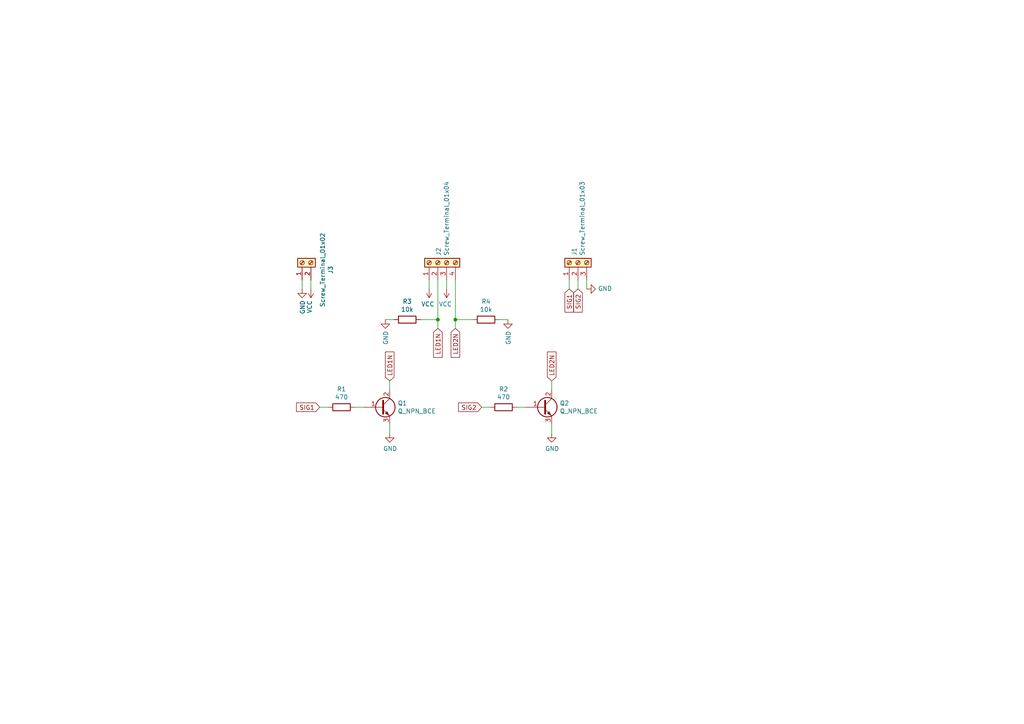
<source format=kicad_sch>
(kicad_sch (version 20211123) (generator eeschema)

  (uuid c201e1b2-fc01-4110-bdaa-a33290468c83)

  (paper "A4")

  (title_block
    (title "LED Module")
    (date "2021-08-19")
    (rev "v01")
    (comment 4 "Author: GHOSCHT")
  )

  (lib_symbols
    (symbol "Connector:Screw_Terminal_01x02" (pin_names (offset 1.016) hide) (in_bom yes) (on_board yes)
      (property "Reference" "J" (id 0) (at 0 2.54 0)
        (effects (font (size 1.27 1.27)))
      )
      (property "Value" "Screw_Terminal_01x02" (id 1) (at 0 -5.08 0)
        (effects (font (size 1.27 1.27)))
      )
      (property "Footprint" "" (id 2) (at 0 0 0)
        (effects (font (size 1.27 1.27)) hide)
      )
      (property "Datasheet" "~" (id 3) (at 0 0 0)
        (effects (font (size 1.27 1.27)) hide)
      )
      (property "ki_keywords" "screw terminal" (id 4) (at 0 0 0)
        (effects (font (size 1.27 1.27)) hide)
      )
      (property "ki_description" "Generic screw terminal, single row, 01x02, script generated (kicad-library-utils/schlib/autogen/connector/)" (id 5) (at 0 0 0)
        (effects (font (size 1.27 1.27)) hide)
      )
      (property "ki_fp_filters" "TerminalBlock*:*" (id 6) (at 0 0 0)
        (effects (font (size 1.27 1.27)) hide)
      )
      (symbol "Screw_Terminal_01x02_1_1"
        (rectangle (start -1.27 1.27) (end 1.27 -3.81)
          (stroke (width 0.254) (type default) (color 0 0 0 0))
          (fill (type background))
        )
        (circle (center 0 -2.54) (radius 0.635)
          (stroke (width 0.1524) (type default) (color 0 0 0 0))
          (fill (type none))
        )
        (polyline
          (pts
            (xy -0.5334 -2.2098)
            (xy 0.3302 -3.048)
          )
          (stroke (width 0.1524) (type default) (color 0 0 0 0))
          (fill (type none))
        )
        (polyline
          (pts
            (xy -0.5334 0.3302)
            (xy 0.3302 -0.508)
          )
          (stroke (width 0.1524) (type default) (color 0 0 0 0))
          (fill (type none))
        )
        (polyline
          (pts
            (xy -0.3556 -2.032)
            (xy 0.508 -2.8702)
          )
          (stroke (width 0.1524) (type default) (color 0 0 0 0))
          (fill (type none))
        )
        (polyline
          (pts
            (xy -0.3556 0.508)
            (xy 0.508 -0.3302)
          )
          (stroke (width 0.1524) (type default) (color 0 0 0 0))
          (fill (type none))
        )
        (circle (center 0 0) (radius 0.635)
          (stroke (width 0.1524) (type default) (color 0 0 0 0))
          (fill (type none))
        )
        (pin passive line (at -5.08 0 0) (length 3.81)
          (name "Pin_1" (effects (font (size 1.27 1.27))))
          (number "1" (effects (font (size 1.27 1.27))))
        )
        (pin passive line (at -5.08 -2.54 0) (length 3.81)
          (name "Pin_2" (effects (font (size 1.27 1.27))))
          (number "2" (effects (font (size 1.27 1.27))))
        )
      )
    )
    (symbol "Connector:Screw_Terminal_01x03" (pin_names (offset 1.016) hide) (in_bom yes) (on_board yes)
      (property "Reference" "J" (id 0) (at 0 5.08 0)
        (effects (font (size 1.27 1.27)))
      )
      (property "Value" "Screw_Terminal_01x03" (id 1) (at 0 -5.08 0)
        (effects (font (size 1.27 1.27)))
      )
      (property "Footprint" "" (id 2) (at 0 0 0)
        (effects (font (size 1.27 1.27)) hide)
      )
      (property "Datasheet" "~" (id 3) (at 0 0 0)
        (effects (font (size 1.27 1.27)) hide)
      )
      (property "ki_keywords" "screw terminal" (id 4) (at 0 0 0)
        (effects (font (size 1.27 1.27)) hide)
      )
      (property "ki_description" "Generic screw terminal, single row, 01x03, script generated (kicad-library-utils/schlib/autogen/connector/)" (id 5) (at 0 0 0)
        (effects (font (size 1.27 1.27)) hide)
      )
      (property "ki_fp_filters" "TerminalBlock*:*" (id 6) (at 0 0 0)
        (effects (font (size 1.27 1.27)) hide)
      )
      (symbol "Screw_Terminal_01x03_1_1"
        (rectangle (start -1.27 3.81) (end 1.27 -3.81)
          (stroke (width 0.254) (type default) (color 0 0 0 0))
          (fill (type background))
        )
        (circle (center 0 -2.54) (radius 0.635)
          (stroke (width 0.1524) (type default) (color 0 0 0 0))
          (fill (type none))
        )
        (polyline
          (pts
            (xy -0.5334 -2.2098)
            (xy 0.3302 -3.048)
          )
          (stroke (width 0.1524) (type default) (color 0 0 0 0))
          (fill (type none))
        )
        (polyline
          (pts
            (xy -0.5334 0.3302)
            (xy 0.3302 -0.508)
          )
          (stroke (width 0.1524) (type default) (color 0 0 0 0))
          (fill (type none))
        )
        (polyline
          (pts
            (xy -0.5334 2.8702)
            (xy 0.3302 2.032)
          )
          (stroke (width 0.1524) (type default) (color 0 0 0 0))
          (fill (type none))
        )
        (polyline
          (pts
            (xy -0.3556 -2.032)
            (xy 0.508 -2.8702)
          )
          (stroke (width 0.1524) (type default) (color 0 0 0 0))
          (fill (type none))
        )
        (polyline
          (pts
            (xy -0.3556 0.508)
            (xy 0.508 -0.3302)
          )
          (stroke (width 0.1524) (type default) (color 0 0 0 0))
          (fill (type none))
        )
        (polyline
          (pts
            (xy -0.3556 3.048)
            (xy 0.508 2.2098)
          )
          (stroke (width 0.1524) (type default) (color 0 0 0 0))
          (fill (type none))
        )
        (circle (center 0 0) (radius 0.635)
          (stroke (width 0.1524) (type default) (color 0 0 0 0))
          (fill (type none))
        )
        (circle (center 0 2.54) (radius 0.635)
          (stroke (width 0.1524) (type default) (color 0 0 0 0))
          (fill (type none))
        )
        (pin passive line (at -5.08 2.54 0) (length 3.81)
          (name "Pin_1" (effects (font (size 1.27 1.27))))
          (number "1" (effects (font (size 1.27 1.27))))
        )
        (pin passive line (at -5.08 0 0) (length 3.81)
          (name "Pin_2" (effects (font (size 1.27 1.27))))
          (number "2" (effects (font (size 1.27 1.27))))
        )
        (pin passive line (at -5.08 -2.54 0) (length 3.81)
          (name "Pin_3" (effects (font (size 1.27 1.27))))
          (number "3" (effects (font (size 1.27 1.27))))
        )
      )
    )
    (symbol "Connector:Screw_Terminal_01x04" (pin_names (offset 1.016) hide) (in_bom yes) (on_board yes)
      (property "Reference" "J" (id 0) (at 0 5.08 0)
        (effects (font (size 1.27 1.27)))
      )
      (property "Value" "Screw_Terminal_01x04" (id 1) (at 0 -7.62 0)
        (effects (font (size 1.27 1.27)))
      )
      (property "Footprint" "" (id 2) (at 0 0 0)
        (effects (font (size 1.27 1.27)) hide)
      )
      (property "Datasheet" "~" (id 3) (at 0 0 0)
        (effects (font (size 1.27 1.27)) hide)
      )
      (property "ki_keywords" "screw terminal" (id 4) (at 0 0 0)
        (effects (font (size 1.27 1.27)) hide)
      )
      (property "ki_description" "Generic screw terminal, single row, 01x04, script generated (kicad-library-utils/schlib/autogen/connector/)" (id 5) (at 0 0 0)
        (effects (font (size 1.27 1.27)) hide)
      )
      (property "ki_fp_filters" "TerminalBlock*:*" (id 6) (at 0 0 0)
        (effects (font (size 1.27 1.27)) hide)
      )
      (symbol "Screw_Terminal_01x04_1_1"
        (rectangle (start -1.27 3.81) (end 1.27 -6.35)
          (stroke (width 0.254) (type default) (color 0 0 0 0))
          (fill (type background))
        )
        (circle (center 0 -5.08) (radius 0.635)
          (stroke (width 0.1524) (type default) (color 0 0 0 0))
          (fill (type none))
        )
        (circle (center 0 -2.54) (radius 0.635)
          (stroke (width 0.1524) (type default) (color 0 0 0 0))
          (fill (type none))
        )
        (polyline
          (pts
            (xy -0.5334 -4.7498)
            (xy 0.3302 -5.588)
          )
          (stroke (width 0.1524) (type default) (color 0 0 0 0))
          (fill (type none))
        )
        (polyline
          (pts
            (xy -0.5334 -2.2098)
            (xy 0.3302 -3.048)
          )
          (stroke (width 0.1524) (type default) (color 0 0 0 0))
          (fill (type none))
        )
        (polyline
          (pts
            (xy -0.5334 0.3302)
            (xy 0.3302 -0.508)
          )
          (stroke (width 0.1524) (type default) (color 0 0 0 0))
          (fill (type none))
        )
        (polyline
          (pts
            (xy -0.5334 2.8702)
            (xy 0.3302 2.032)
          )
          (stroke (width 0.1524) (type default) (color 0 0 0 0))
          (fill (type none))
        )
        (polyline
          (pts
            (xy -0.3556 -4.572)
            (xy 0.508 -5.4102)
          )
          (stroke (width 0.1524) (type default) (color 0 0 0 0))
          (fill (type none))
        )
        (polyline
          (pts
            (xy -0.3556 -2.032)
            (xy 0.508 -2.8702)
          )
          (stroke (width 0.1524) (type default) (color 0 0 0 0))
          (fill (type none))
        )
        (polyline
          (pts
            (xy -0.3556 0.508)
            (xy 0.508 -0.3302)
          )
          (stroke (width 0.1524) (type default) (color 0 0 0 0))
          (fill (type none))
        )
        (polyline
          (pts
            (xy -0.3556 3.048)
            (xy 0.508 2.2098)
          )
          (stroke (width 0.1524) (type default) (color 0 0 0 0))
          (fill (type none))
        )
        (circle (center 0 0) (radius 0.635)
          (stroke (width 0.1524) (type default) (color 0 0 0 0))
          (fill (type none))
        )
        (circle (center 0 2.54) (radius 0.635)
          (stroke (width 0.1524) (type default) (color 0 0 0 0))
          (fill (type none))
        )
        (pin passive line (at -5.08 2.54 0) (length 3.81)
          (name "Pin_1" (effects (font (size 1.27 1.27))))
          (number "1" (effects (font (size 1.27 1.27))))
        )
        (pin passive line (at -5.08 0 0) (length 3.81)
          (name "Pin_2" (effects (font (size 1.27 1.27))))
          (number "2" (effects (font (size 1.27 1.27))))
        )
        (pin passive line (at -5.08 -2.54 0) (length 3.81)
          (name "Pin_3" (effects (font (size 1.27 1.27))))
          (number "3" (effects (font (size 1.27 1.27))))
        )
        (pin passive line (at -5.08 -5.08 0) (length 3.81)
          (name "Pin_4" (effects (font (size 1.27 1.27))))
          (number "4" (effects (font (size 1.27 1.27))))
        )
      )
    )
    (symbol "Device:Q_NPN_BCE" (pin_names (offset 0) hide) (in_bom yes) (on_board yes)
      (property "Reference" "Q" (id 0) (at 5.08 1.27 0)
        (effects (font (size 1.27 1.27)) (justify left))
      )
      (property "Value" "Q_NPN_BCE" (id 1) (at 5.08 -1.27 0)
        (effects (font (size 1.27 1.27)) (justify left))
      )
      (property "Footprint" "" (id 2) (at 5.08 2.54 0)
        (effects (font (size 1.27 1.27)) hide)
      )
      (property "Datasheet" "~" (id 3) (at 0 0 0)
        (effects (font (size 1.27 1.27)) hide)
      )
      (property "ki_keywords" "transistor NPN" (id 4) (at 0 0 0)
        (effects (font (size 1.27 1.27)) hide)
      )
      (property "ki_description" "NPN transistor, base/collector/emitter" (id 5) (at 0 0 0)
        (effects (font (size 1.27 1.27)) hide)
      )
      (symbol "Q_NPN_BCE_0_1"
        (polyline
          (pts
            (xy 0.635 0.635)
            (xy 2.54 2.54)
          )
          (stroke (width 0) (type default) (color 0 0 0 0))
          (fill (type none))
        )
        (polyline
          (pts
            (xy 0.635 -0.635)
            (xy 2.54 -2.54)
            (xy 2.54 -2.54)
          )
          (stroke (width 0) (type default) (color 0 0 0 0))
          (fill (type none))
        )
        (polyline
          (pts
            (xy 0.635 1.905)
            (xy 0.635 -1.905)
            (xy 0.635 -1.905)
          )
          (stroke (width 0.508) (type default) (color 0 0 0 0))
          (fill (type none))
        )
        (polyline
          (pts
            (xy 1.27 -1.778)
            (xy 1.778 -1.27)
            (xy 2.286 -2.286)
            (xy 1.27 -1.778)
            (xy 1.27 -1.778)
          )
          (stroke (width 0) (type default) (color 0 0 0 0))
          (fill (type outline))
        )
        (circle (center 1.27 0) (radius 2.8194)
          (stroke (width 0.254) (type default) (color 0 0 0 0))
          (fill (type none))
        )
      )
      (symbol "Q_NPN_BCE_1_1"
        (pin input line (at -5.08 0 0) (length 5.715)
          (name "B" (effects (font (size 1.27 1.27))))
          (number "1" (effects (font (size 1.27 1.27))))
        )
        (pin passive line (at 2.54 5.08 270) (length 2.54)
          (name "C" (effects (font (size 1.27 1.27))))
          (number "2" (effects (font (size 1.27 1.27))))
        )
        (pin passive line (at 2.54 -5.08 90) (length 2.54)
          (name "E" (effects (font (size 1.27 1.27))))
          (number "3" (effects (font (size 1.27 1.27))))
        )
      )
    )
    (symbol "Device:R" (pin_numbers hide) (pin_names (offset 0)) (in_bom yes) (on_board yes)
      (property "Reference" "R" (id 0) (at 2.032 0 90)
        (effects (font (size 1.27 1.27)))
      )
      (property "Value" "R" (id 1) (at 0 0 90)
        (effects (font (size 1.27 1.27)))
      )
      (property "Footprint" "" (id 2) (at -1.778 0 90)
        (effects (font (size 1.27 1.27)) hide)
      )
      (property "Datasheet" "~" (id 3) (at 0 0 0)
        (effects (font (size 1.27 1.27)) hide)
      )
      (property "ki_keywords" "R res resistor" (id 4) (at 0 0 0)
        (effects (font (size 1.27 1.27)) hide)
      )
      (property "ki_description" "Resistor" (id 5) (at 0 0 0)
        (effects (font (size 1.27 1.27)) hide)
      )
      (property "ki_fp_filters" "R_*" (id 6) (at 0 0 0)
        (effects (font (size 1.27 1.27)) hide)
      )
      (symbol "R_0_1"
        (rectangle (start -1.016 -2.54) (end 1.016 2.54)
          (stroke (width 0.254) (type default) (color 0 0 0 0))
          (fill (type none))
        )
      )
      (symbol "R_1_1"
        (pin passive line (at 0 3.81 270) (length 1.27)
          (name "~" (effects (font (size 1.27 1.27))))
          (number "1" (effects (font (size 1.27 1.27))))
        )
        (pin passive line (at 0 -3.81 90) (length 1.27)
          (name "~" (effects (font (size 1.27 1.27))))
          (number "2" (effects (font (size 1.27 1.27))))
        )
      )
    )
    (symbol "power:GND" (power) (pin_names (offset 0)) (in_bom yes) (on_board yes)
      (property "Reference" "#PWR" (id 0) (at 0 -6.35 0)
        (effects (font (size 1.27 1.27)) hide)
      )
      (property "Value" "GND" (id 1) (at 0 -3.81 0)
        (effects (font (size 1.27 1.27)))
      )
      (property "Footprint" "" (id 2) (at 0 0 0)
        (effects (font (size 1.27 1.27)) hide)
      )
      (property "Datasheet" "" (id 3) (at 0 0 0)
        (effects (font (size 1.27 1.27)) hide)
      )
      (property "ki_keywords" "power-flag" (id 4) (at 0 0 0)
        (effects (font (size 1.27 1.27)) hide)
      )
      (property "ki_description" "Power symbol creates a global label with name \"GND\" , ground" (id 5) (at 0 0 0)
        (effects (font (size 1.27 1.27)) hide)
      )
      (symbol "GND_0_1"
        (polyline
          (pts
            (xy 0 0)
            (xy 0 -1.27)
            (xy 1.27 -1.27)
            (xy 0 -2.54)
            (xy -1.27 -1.27)
            (xy 0 -1.27)
          )
          (stroke (width 0) (type default) (color 0 0 0 0))
          (fill (type none))
        )
      )
      (symbol "GND_1_1"
        (pin power_in line (at 0 0 270) (length 0) hide
          (name "GND" (effects (font (size 1.27 1.27))))
          (number "1" (effects (font (size 1.27 1.27))))
        )
      )
    )
    (symbol "power:VCC" (power) (pin_names (offset 0)) (in_bom yes) (on_board yes)
      (property "Reference" "#PWR" (id 0) (at 0 -3.81 0)
        (effects (font (size 1.27 1.27)) hide)
      )
      (property "Value" "VCC" (id 1) (at 0 3.81 0)
        (effects (font (size 1.27 1.27)))
      )
      (property "Footprint" "" (id 2) (at 0 0 0)
        (effects (font (size 1.27 1.27)) hide)
      )
      (property "Datasheet" "" (id 3) (at 0 0 0)
        (effects (font (size 1.27 1.27)) hide)
      )
      (property "ki_keywords" "power-flag" (id 4) (at 0 0 0)
        (effects (font (size 1.27 1.27)) hide)
      )
      (property "ki_description" "Power symbol creates a global label with name \"VCC\"" (id 5) (at 0 0 0)
        (effects (font (size 1.27 1.27)) hide)
      )
      (symbol "VCC_0_1"
        (polyline
          (pts
            (xy -0.762 1.27)
            (xy 0 2.54)
          )
          (stroke (width 0) (type default) (color 0 0 0 0))
          (fill (type none))
        )
        (polyline
          (pts
            (xy 0 0)
            (xy 0 2.54)
          )
          (stroke (width 0) (type default) (color 0 0 0 0))
          (fill (type none))
        )
        (polyline
          (pts
            (xy 0 2.54)
            (xy 0.762 1.27)
          )
          (stroke (width 0) (type default) (color 0 0 0 0))
          (fill (type none))
        )
      )
      (symbol "VCC_1_1"
        (pin power_in line (at 0 0 90) (length 0) hide
          (name "VCC" (effects (font (size 1.27 1.27))))
          (number "1" (effects (font (size 1.27 1.27))))
        )
      )
    )
  )

  (junction (at 132.08 92.71) (diameter 0) (color 0 0 0 0)
    (uuid 03c52831-5dc5-43c5-a442-8d23643b46fb)
  )
  (junction (at 127 92.71) (diameter 0) (color 0 0 0 0)
    (uuid 0b21a65d-d20b-411e-920a-75c343ac5136)
  )

  (wire (pts (xy 102.87 118.11) (xy 105.41 118.11))
    (stroke (width 0) (type default) (color 0 0 0 0))
    (uuid 0d0bb7b2-a6e5-46d2-9492-a1aa6e5a7b2f)
  )
  (wire (pts (xy 127 92.71) (xy 127 95.25))
    (stroke (width 0) (type default) (color 0 0 0 0))
    (uuid 3cd1bda0-18db-417d-b581-a0c50623df68)
  )
  (wire (pts (xy 129.54 81.28) (xy 129.54 83.82))
    (stroke (width 0) (type default) (color 0 0 0 0))
    (uuid 3f5fe6b7-98fc-4d3e-9567-f9f7202d1455)
  )
  (wire (pts (xy 113.03 123.19) (xy 113.03 125.73))
    (stroke (width 0) (type default) (color 0 0 0 0))
    (uuid 54365317-1355-4216-bb75-829375abc4ec)
  )
  (wire (pts (xy 127 81.28) (xy 127 92.71))
    (stroke (width 0) (type default) (color 0 0 0 0))
    (uuid 5cbb5968-dbb5-4b84-864a-ead1cacf75b9)
  )
  (wire (pts (xy 160.02 110.49) (xy 160.02 113.03))
    (stroke (width 0) (type default) (color 0 0 0 0))
    (uuid 5fc27c35-3e1c-4f96-817c-93b5570858a6)
  )
  (wire (pts (xy 90.17 81.28) (xy 90.17 83.82))
    (stroke (width 0) (type default) (color 0 0 0 0))
    (uuid 6a45789b-3855-401f-8139-3c734f7f52f9)
  )
  (wire (pts (xy 87.63 81.28) (xy 87.63 83.82))
    (stroke (width 0) (type default) (color 0 0 0 0))
    (uuid 6c9b793c-e74d-4754-a2c0-901e73b26f1c)
  )
  (wire (pts (xy 167.64 81.28) (xy 167.64 83.82))
    (stroke (width 0) (type default) (color 0 0 0 0))
    (uuid 6e105729-aba0-497c-a99e-c32d2b3ddb6d)
  )
  (wire (pts (xy 165.1 81.28) (xy 165.1 83.82))
    (stroke (width 0) (type default) (color 0 0 0 0))
    (uuid 78cbdd6c-4878-4cc5-9a58-0e506478e37d)
  )
  (wire (pts (xy 170.18 81.28) (xy 170.18 83.82))
    (stroke (width 0) (type default) (color 0 0 0 0))
    (uuid 983c426c-24e0-4c65-ab69-1f1824adc5c6)
  )
  (wire (pts (xy 132.08 92.71) (xy 132.08 95.25))
    (stroke (width 0) (type default) (color 0 0 0 0))
    (uuid a1823eb2-fb0d-4ed8-8b96-04184ac3a9d5)
  )
  (wire (pts (xy 160.02 123.19) (xy 160.02 125.73))
    (stroke (width 0) (type default) (color 0 0 0 0))
    (uuid a3e4f0ae-9f86-49e9-b386-ed8b42e012fb)
  )
  (wire (pts (xy 92.71 118.11) (xy 95.25 118.11))
    (stroke (width 0) (type default) (color 0 0 0 0))
    (uuid a690fc6c-55d9-47e6-b533-faa4b67e20f3)
  )
  (wire (pts (xy 124.46 81.28) (xy 124.46 83.82))
    (stroke (width 0) (type default) (color 0 0 0 0))
    (uuid afb8e687-4a13-41a1-b8c0-89a749e897fe)
  )
  (wire (pts (xy 149.86 118.11) (xy 152.4 118.11))
    (stroke (width 0) (type default) (color 0 0 0 0))
    (uuid b1169a2d-8998-4b50-a48d-c520bcc1b8e1)
  )
  (wire (pts (xy 132.08 81.28) (xy 132.08 92.71))
    (stroke (width 0) (type default) (color 0 0 0 0))
    (uuid bb7f0588-d4d8-44bf-9ebf-3c533fe4d6ae)
  )
  (wire (pts (xy 111.76 92.71) (xy 114.3 92.71))
    (stroke (width 0) (type default) (color 0 0 0 0))
    (uuid bfc0aadc-38cf-466e-a642-68fdc3138c78)
  )
  (wire (pts (xy 113.03 110.49) (xy 113.03 113.03))
    (stroke (width 0) (type default) (color 0 0 0 0))
    (uuid c144caa5-b0d4-4cef-840a-d4ad178a2102)
  )
  (wire (pts (xy 144.78 92.71) (xy 147.32 92.71))
    (stroke (width 0) (type default) (color 0 0 0 0))
    (uuid d4a1d3c4-b315-4bec-9220-d12a9eab51e0)
  )
  (wire (pts (xy 132.08 92.71) (xy 137.16 92.71))
    (stroke (width 0) (type default) (color 0 0 0 0))
    (uuid d57dcfee-5058-4fc2-a68b-05f9a48f685b)
  )
  (wire (pts (xy 139.7 118.11) (xy 142.24 118.11))
    (stroke (width 0) (type default) (color 0 0 0 0))
    (uuid efeac2a2-7682-4dc7-83ee-f6f1b23da506)
  )
  (wire (pts (xy 121.92 92.71) (xy 127 92.71))
    (stroke (width 0) (type default) (color 0 0 0 0))
    (uuid fe8d9267-7834-48d6-a191-c8724b2ee78d)
  )

  (global_label "SIG2" (shape input) (at 167.64 83.82 270) (fields_autoplaced)
    (effects (font (size 1.27 1.27)) (justify right))
    (uuid 13abf99d-5265-4779-8973-e94370fd18ff)
    (property "Intersheet References" "${INTERSHEET_REFS}" (id 0) (at 0 0 0)
      (effects (font (size 1.27 1.27)) hide)
    )
  )
  (global_label "SIG1" (shape input) (at 165.1 83.82 270) (fields_autoplaced)
    (effects (font (size 1.27 1.27)) (justify right))
    (uuid 32667662-ae86-4904-b198-3e95f11851bf)
    (property "Intersheet References" "${INTERSHEET_REFS}" (id 0) (at 0 0 0)
      (effects (font (size 1.27 1.27)) hide)
    )
  )
  (global_label "LED2N" (shape input) (at 132.08 95.25 270) (fields_autoplaced)
    (effects (font (size 1.27 1.27)) (justify right))
    (uuid 62c076a3-d618-44a2-9042-9a08b3576787)
    (property "Intersheet References" "${INTERSHEET_REFS}" (id 0) (at 0 0 0)
      (effects (font (size 1.27 1.27)) hide)
    )
  )
  (global_label "LED1N" (shape input) (at 127 95.25 270) (fields_autoplaced)
    (effects (font (size 1.27 1.27)) (justify right))
    (uuid c1d83899-e380-49f9-a87d-8e78bc089ebf)
    (property "Intersheet References" "${INTERSHEET_REFS}" (id 0) (at 0 0 0)
      (effects (font (size 1.27 1.27)) hide)
    )
  )
  (global_label "SIG2" (shape input) (at 139.7 118.11 180) (fields_autoplaced)
    (effects (font (size 1.27 1.27)) (justify right))
    (uuid e8314017-7be6-4011-9179-37449a29b311)
    (property "Intersheet References" "${INTERSHEET_REFS}" (id 0) (at 0 0 0)
      (effects (font (size 1.27 1.27)) hide)
    )
  )
  (global_label "LED2N" (shape input) (at 160.02 110.49 90) (fields_autoplaced)
    (effects (font (size 1.27 1.27)) (justify left))
    (uuid eb667eea-300e-4ca7-8a6f-4b00de80cd45)
    (property "Intersheet References" "${INTERSHEET_REFS}" (id 0) (at 0 0 0)
      (effects (font (size 1.27 1.27)) hide)
    )
  )
  (global_label "LED1N" (shape input) (at 113.03 110.49 90) (fields_autoplaced)
    (effects (font (size 1.27 1.27)) (justify left))
    (uuid ef8fe2ac-6a7f-4682-9418-b801a1b10a3b)
    (property "Intersheet References" "${INTERSHEET_REFS}" (id 0) (at 0 0 0)
      (effects (font (size 1.27 1.27)) hide)
    )
  )
  (global_label "SIG1" (shape input) (at 92.71 118.11 180) (fields_autoplaced)
    (effects (font (size 1.27 1.27)) (justify right))
    (uuid f1830a1b-f0cc-47ae-a2c9-679c82032f14)
    (property "Intersheet References" "${INTERSHEET_REFS}" (id 0) (at 0 0 0)
      (effects (font (size 1.27 1.27)) hide)
    )
  )

  (symbol (lib_id "Connector:Screw_Terminal_01x03") (at 167.64 76.2 90) (unit 1)
    (in_bom yes) (on_board yes)
    (uuid 00000000-0000-0000-0000-0000611c0292)
    (property "Reference" "J1" (id 0) (at 166.5732 74.168 0)
      (effects (font (size 1.27 1.27)) (justify left))
    )
    (property "Value" "Screw_Terminal_01x03" (id 1) (at 168.8846 74.168 0)
      (effects (font (size 1.27 1.27)) (justify left))
    )
    (property "Footprint" "CUI_TB006-508-03BE:CUI_TB006-508-03BE" (id 2) (at 167.64 76.2 0)
      (effects (font (size 1.27 1.27)) hide)
    )
    (property "Datasheet" "~" (id 3) (at 167.64 76.2 0)
      (effects (font (size 1.27 1.27)) hide)
    )
    (pin "1" (uuid 6052050c-da34-43cc-9aac-59e8d7d4f686))
    (pin "2" (uuid 550980db-668a-4cd5-b944-6f8f90a64b92))
    (pin "3" (uuid 8cb3cc65-5125-4b26-8805-a87acd967839))
  )

  (symbol (lib_id "Connector:Screw_Terminal_01x04") (at 127 76.2 90) (unit 1)
    (in_bom yes) (on_board yes)
    (uuid 00000000-0000-0000-0000-0000611c148e)
    (property "Reference" "J2" (id 0) (at 127.2032 74.168 0)
      (effects (font (size 1.27 1.27)) (justify left))
    )
    (property "Value" "Screw_Terminal_01x04" (id 1) (at 129.5146 74.168 0)
      (effects (font (size 1.27 1.27)) (justify left))
    )
    (property "Footprint" "CUI_TB006-508-04BE:CUI_TB006-508-04BE" (id 2) (at 127 76.2 0)
      (effects (font (size 1.27 1.27)) hide)
    )
    (property "Datasheet" "~" (id 3) (at 127 76.2 0)
      (effects (font (size 1.27 1.27)) hide)
    )
    (pin "1" (uuid 9b25830f-8680-4123-97e4-d449d7dad230))
    (pin "2" (uuid 29035121-0aea-43d4-84c3-407eaf637115))
    (pin "3" (uuid dccb8703-1144-4687-8abe-20541329f504))
    (pin "4" (uuid 764a61a8-ef84-4cd1-ace7-508108532a81))
  )

  (symbol (lib_id "Device:Q_NPN_BCE") (at 110.49 118.11 0) (unit 1)
    (in_bom yes) (on_board yes)
    (uuid 00000000-0000-0000-0000-0000611c28df)
    (property "Reference" "Q1" (id 0) (at 115.3414 116.9416 0)
      (effects (font (size 1.27 1.27)) (justify left))
    )
    (property "Value" "Q_NPN_BCE" (id 1) (at 115.3414 119.253 0)
      (effects (font (size 1.27 1.27)) (justify left))
    )
    (property "Footprint" "Package_TO_SOT_SMD:SOT-23_Handsoldering" (id 2) (at 115.57 115.57 0)
      (effects (font (size 1.27 1.27)) hide)
    )
    (property "Datasheet" "~" (id 3) (at 110.49 118.11 0)
      (effects (font (size 1.27 1.27)) hide)
    )
    (pin "1" (uuid 49312d93-17d6-41a2-946a-c2ee8444b2f9))
    (pin "2" (uuid 90beeaca-541b-4834-a13b-1d183faac8dd))
    (pin "3" (uuid 329925c4-f7c8-4ccc-a305-38a9587a7d3d))
  )

  (symbol (lib_id "Device:Q_NPN_BCE") (at 157.48 118.11 0) (unit 1)
    (in_bom yes) (on_board yes)
    (uuid 00000000-0000-0000-0000-0000611c3b1e)
    (property "Reference" "Q2" (id 0) (at 162.3314 116.9416 0)
      (effects (font (size 1.27 1.27)) (justify left))
    )
    (property "Value" "Q_NPN_BCE" (id 1) (at 162.3314 119.253 0)
      (effects (font (size 1.27 1.27)) (justify left))
    )
    (property "Footprint" "Package_TO_SOT_SMD:SOT-23_Handsoldering" (id 2) (at 162.56 115.57 0)
      (effects (font (size 1.27 1.27)) hide)
    )
    (property "Datasheet" "~" (id 3) (at 157.48 118.11 0)
      (effects (font (size 1.27 1.27)) hide)
    )
    (pin "1" (uuid 81864310-de0f-474f-a386-3d66257a5b96))
    (pin "2" (uuid 1b393ee4-7508-4a1a-9161-edde4ff8fac8))
    (pin "3" (uuid ca9d9e66-1006-4997-931c-0d5b3447030e))
  )

  (symbol (lib_id "Connector:Screw_Terminal_01x02") (at 87.63 76.2 90) (unit 1)
    (in_bom yes) (on_board yes)
    (uuid 00000000-0000-0000-0000-0000611de627)
    (property "Reference" "J3" (id 0) (at 95.885 78.2828 0))
    (property "Value" "Screw_Terminal_01x02" (id 1) (at 93.5736 78.2828 0))
    (property "Footprint" "CUI_TB006-508-02BE:CUI_TB006-508-02BE" (id 2) (at 87.63 76.2 0)
      (effects (font (size 1.27 1.27)) hide)
    )
    (property "Datasheet" "~" (id 3) (at 87.63 76.2 0)
      (effects (font (size 1.27 1.27)) hide)
    )
    (pin "1" (uuid 81eda675-3429-4f2a-91bf-06dac2ffb0f0))
    (pin "2" (uuid 46617ce2-1265-4f59-a0fc-6e8dc47f28ac))
  )

  (symbol (lib_id "Device:R") (at 99.06 118.11 270) (unit 1)
    (in_bom yes) (on_board yes)
    (uuid 00000000-0000-0000-0000-0000611dff5b)
    (property "Reference" "R1" (id 0) (at 99.06 112.8522 90))
    (property "Value" "470" (id 1) (at 99.06 115.1636 90))
    (property "Footprint" "Resistor_SMD:R_0805_2012Metric_Pad1.20x1.40mm_HandSolder" (id 2) (at 99.06 116.332 90)
      (effects (font (size 1.27 1.27)) hide)
    )
    (property "Datasheet" "~" (id 3) (at 99.06 118.11 0)
      (effects (font (size 1.27 1.27)) hide)
    )
    (pin "1" (uuid cc895a5c-efa8-4628-844b-c7781e0d4a45))
    (pin "2" (uuid 3f1717da-c2b7-4d38-b9a5-8abd43087c9e))
  )

  (symbol (lib_id "Device:R") (at 146.05 118.11 270) (unit 1)
    (in_bom yes) (on_board yes)
    (uuid 00000000-0000-0000-0000-0000611e2082)
    (property "Reference" "R2" (id 0) (at 146.05 112.8522 90))
    (property "Value" "470" (id 1) (at 146.05 115.1636 90))
    (property "Footprint" "Resistor_SMD:R_0805_2012Metric_Pad1.20x1.40mm_HandSolder" (id 2) (at 146.05 116.332 90)
      (effects (font (size 1.27 1.27)) hide)
    )
    (property "Datasheet" "~" (id 3) (at 146.05 118.11 0)
      (effects (font (size 1.27 1.27)) hide)
    )
    (pin "1" (uuid 5a001a69-ef3d-4cc2-a216-0a8311aaf101))
    (pin "2" (uuid d3f5ae81-c099-4459-a6df-ea10a73c3923))
  )

  (symbol (lib_id "power:GND") (at 87.63 83.82 0) (unit 1)
    (in_bom yes) (on_board yes)
    (uuid 00000000-0000-0000-0000-0000611e3ce7)
    (property "Reference" "#PWR0101" (id 0) (at 87.63 90.17 0)
      (effects (font (size 1.27 1.27)) hide)
    )
    (property "Value" "GND" (id 1) (at 87.757 87.0712 90)
      (effects (font (size 1.27 1.27)) (justify right))
    )
    (property "Footprint" "" (id 2) (at 87.63 83.82 0)
      (effects (font (size 1.27 1.27)) hide)
    )
    (property "Datasheet" "" (id 3) (at 87.63 83.82 0)
      (effects (font (size 1.27 1.27)) hide)
    )
    (pin "1" (uuid 859f0b7a-b9ab-4557-9112-81e9320ce530))
  )

  (symbol (lib_id "power:VCC") (at 90.17 83.82 180) (unit 1)
    (in_bom yes) (on_board yes)
    (uuid 00000000-0000-0000-0000-0000611e53d3)
    (property "Reference" "#PWR0102" (id 0) (at 90.17 80.01 0)
      (effects (font (size 1.27 1.27)) hide)
    )
    (property "Value" "VCC" (id 1) (at 89.789 87.0712 90)
      (effects (font (size 1.27 1.27)) (justify left))
    )
    (property "Footprint" "" (id 2) (at 90.17 83.82 0)
      (effects (font (size 1.27 1.27)) hide)
    )
    (property "Datasheet" "" (id 3) (at 90.17 83.82 0)
      (effects (font (size 1.27 1.27)) hide)
    )
    (pin "1" (uuid 6d0650ff-eadf-47ba-a9de-6e2aef54e288))
  )

  (symbol (lib_id "power:GND") (at 170.18 83.82 90) (unit 1)
    (in_bom yes) (on_board yes)
    (uuid 00000000-0000-0000-0000-0000611e9c47)
    (property "Reference" "#PWR0103" (id 0) (at 176.53 83.82 0)
      (effects (font (size 1.27 1.27)) hide)
    )
    (property "Value" "GND" (id 1) (at 173.4312 83.693 90)
      (effects (font (size 1.27 1.27)) (justify right))
    )
    (property "Footprint" "" (id 2) (at 170.18 83.82 0)
      (effects (font (size 1.27 1.27)) hide)
    )
    (property "Datasheet" "" (id 3) (at 170.18 83.82 0)
      (effects (font (size 1.27 1.27)) hide)
    )
    (pin "1" (uuid 998b8d29-79e5-4f25-ad0d-34f31dd14f77))
  )

  (symbol (lib_id "power:VCC") (at 124.46 83.82 180) (unit 1)
    (in_bom yes) (on_board yes)
    (uuid 00000000-0000-0000-0000-0000611eba5e)
    (property "Reference" "#PWR0104" (id 0) (at 124.46 80.01 0)
      (effects (font (size 1.27 1.27)) hide)
    )
    (property "Value" "VCC" (id 1) (at 124.079 88.2142 0))
    (property "Footprint" "" (id 2) (at 124.46 83.82 0)
      (effects (font (size 1.27 1.27)) hide)
    )
    (property "Datasheet" "" (id 3) (at 124.46 83.82 0)
      (effects (font (size 1.27 1.27)) hide)
    )
    (pin "1" (uuid 3ddeaedb-1db1-4be3-949b-b75a174d871c))
  )

  (symbol (lib_id "power:VCC") (at 129.54 83.82 180) (unit 1)
    (in_bom yes) (on_board yes)
    (uuid 00000000-0000-0000-0000-0000611ec580)
    (property "Reference" "#PWR0105" (id 0) (at 129.54 80.01 0)
      (effects (font (size 1.27 1.27)) hide)
    )
    (property "Value" "VCC" (id 1) (at 129.159 88.2142 0))
    (property "Footprint" "" (id 2) (at 129.54 83.82 0)
      (effects (font (size 1.27 1.27)) hide)
    )
    (property "Datasheet" "" (id 3) (at 129.54 83.82 0)
      (effects (font (size 1.27 1.27)) hide)
    )
    (pin "1" (uuid d6f23471-6e15-45d1-80eb-2ace0b1a8ab5))
  )

  (symbol (lib_id "power:GND") (at 113.03 125.73 0) (unit 1)
    (in_bom yes) (on_board yes)
    (uuid 00000000-0000-0000-0000-0000611ece69)
    (property "Reference" "#PWR0106" (id 0) (at 113.03 132.08 0)
      (effects (font (size 1.27 1.27)) hide)
    )
    (property "Value" "GND" (id 1) (at 113.157 130.1242 0))
    (property "Footprint" "" (id 2) (at 113.03 125.73 0)
      (effects (font (size 1.27 1.27)) hide)
    )
    (property "Datasheet" "" (id 3) (at 113.03 125.73 0)
      (effects (font (size 1.27 1.27)) hide)
    )
    (pin "1" (uuid 48e05e7f-ba29-4099-8a52-08d8822370c0))
  )

  (symbol (lib_id "power:GND") (at 160.02 125.73 0) (unit 1)
    (in_bom yes) (on_board yes)
    (uuid 00000000-0000-0000-0000-0000611ee345)
    (property "Reference" "#PWR0107" (id 0) (at 160.02 132.08 0)
      (effects (font (size 1.27 1.27)) hide)
    )
    (property "Value" "GND" (id 1) (at 160.147 130.1242 0))
    (property "Footprint" "" (id 2) (at 160.02 125.73 0)
      (effects (font (size 1.27 1.27)) hide)
    )
    (property "Datasheet" "" (id 3) (at 160.02 125.73 0)
      (effects (font (size 1.27 1.27)) hide)
    )
    (pin "1" (uuid d19e40b8-933b-4bcd-9c80-ca23b58678e9))
  )

  (symbol (lib_id "Device:R") (at 118.11 92.71 270) (unit 1)
    (in_bom yes) (on_board yes)
    (uuid 00000000-0000-0000-0000-0000611f381a)
    (property "Reference" "R3" (id 0) (at 118.11 87.4522 90))
    (property "Value" "10k" (id 1) (at 118.11 89.7636 90))
    (property "Footprint" "Resistor_SMD:R_0805_2012Metric_Pad1.20x1.40mm_HandSolder" (id 2) (at 118.11 90.932 90)
      (effects (font (size 1.27 1.27)) hide)
    )
    (property "Datasheet" "~" (id 3) (at 118.11 92.71 0)
      (effects (font (size 1.27 1.27)) hide)
    )
    (pin "1" (uuid 0f08a8c6-11cf-4383-9f9b-5cef99d18ad8))
    (pin "2" (uuid 084e4e23-e867-49dc-b339-af0b00b88a5a))
  )

  (symbol (lib_id "Device:R") (at 140.97 92.71 270) (unit 1)
    (in_bom yes) (on_board yes)
    (uuid 00000000-0000-0000-0000-0000611f53b7)
    (property "Reference" "R4" (id 0) (at 140.97 87.4522 90))
    (property "Value" "10k" (id 1) (at 140.97 89.7636 90))
    (property "Footprint" "Resistor_SMD:R_0805_2012Metric_Pad1.20x1.40mm_HandSolder" (id 2) (at 140.97 90.932 90)
      (effects (font (size 1.27 1.27)) hide)
    )
    (property "Datasheet" "~" (id 3) (at 140.97 92.71 0)
      (effects (font (size 1.27 1.27)) hide)
    )
    (pin "1" (uuid 8a364659-d8c1-4c5d-bc2d-c60a6c5f774e))
    (pin "2" (uuid 875cc3a3-543e-493d-ace4-a0f933e2974a))
  )

  (symbol (lib_id "power:GND") (at 111.76 92.71 0) (unit 1)
    (in_bom yes) (on_board yes)
    (uuid 00000000-0000-0000-0000-0000611f6afb)
    (property "Reference" "#PWR0108" (id 0) (at 111.76 99.06 0)
      (effects (font (size 1.27 1.27)) hide)
    )
    (property "Value" "GND" (id 1) (at 111.887 95.9612 90)
      (effects (font (size 1.27 1.27)) (justify right))
    )
    (property "Footprint" "" (id 2) (at 111.76 92.71 0)
      (effects (font (size 1.27 1.27)) hide)
    )
    (property "Datasheet" "" (id 3) (at 111.76 92.71 0)
      (effects (font (size 1.27 1.27)) hide)
    )
    (pin "1" (uuid c29a7562-fbde-47c3-910d-898cda22907c))
  )

  (symbol (lib_id "power:GND") (at 147.32 92.71 0) (unit 1)
    (in_bom yes) (on_board yes)
    (uuid 00000000-0000-0000-0000-0000611f7bd4)
    (property "Reference" "#PWR0109" (id 0) (at 147.32 99.06 0)
      (effects (font (size 1.27 1.27)) hide)
    )
    (property "Value" "GND" (id 1) (at 147.447 95.9612 90)
      (effects (font (size 1.27 1.27)) (justify right))
    )
    (property "Footprint" "" (id 2) (at 147.32 92.71 0)
      (effects (font (size 1.27 1.27)) hide)
    )
    (property "Datasheet" "" (id 3) (at 147.32 92.71 0)
      (effects (font (size 1.27 1.27)) hide)
    )
    (pin "1" (uuid 1e8db400-d80f-456a-a54d-c4ec62096ce3))
  )

  (sheet_instances
    (path "/" (page "1"))
  )

  (symbol_instances
    (path "/00000000-0000-0000-0000-0000611e3ce7"
      (reference "#PWR0101") (unit 1) (value "GND") (footprint "")
    )
    (path "/00000000-0000-0000-0000-0000611e53d3"
      (reference "#PWR0102") (unit 1) (value "VCC") (footprint "")
    )
    (path "/00000000-0000-0000-0000-0000611e9c47"
      (reference "#PWR0103") (unit 1) (value "GND") (footprint "")
    )
    (path "/00000000-0000-0000-0000-0000611eba5e"
      (reference "#PWR0104") (unit 1) (value "VCC") (footprint "")
    )
    (path "/00000000-0000-0000-0000-0000611ec580"
      (reference "#PWR0105") (unit 1) (value "VCC") (footprint "")
    )
    (path "/00000000-0000-0000-0000-0000611ece69"
      (reference "#PWR0106") (unit 1) (value "GND") (footprint "")
    )
    (path "/00000000-0000-0000-0000-0000611ee345"
      (reference "#PWR0107") (unit 1) (value "GND") (footprint "")
    )
    (path "/00000000-0000-0000-0000-0000611f6afb"
      (reference "#PWR0108") (unit 1) (value "GND") (footprint "")
    )
    (path "/00000000-0000-0000-0000-0000611f7bd4"
      (reference "#PWR0109") (unit 1) (value "GND") (footprint "")
    )
    (path "/00000000-0000-0000-0000-0000611c0292"
      (reference "J1") (unit 1) (value "Screw_Terminal_01x03") (footprint "CUI_TB006-508-03BE:CUI_TB006-508-03BE")
    )
    (path "/00000000-0000-0000-0000-0000611c148e"
      (reference "J2") (unit 1) (value "Screw_Terminal_01x04") (footprint "CUI_TB006-508-04BE:CUI_TB006-508-04BE")
    )
    (path "/00000000-0000-0000-0000-0000611de627"
      (reference "J3") (unit 1) (value "Screw_Terminal_01x02") (footprint "CUI_TB006-508-02BE:CUI_TB006-508-02BE")
    )
    (path "/00000000-0000-0000-0000-0000611c28df"
      (reference "Q1") (unit 1) (value "Q_NPN_BCE") (footprint "Package_TO_SOT_SMD:SOT-23_Handsoldering")
    )
    (path "/00000000-0000-0000-0000-0000611c3b1e"
      (reference "Q2") (unit 1) (value "Q_NPN_BCE") (footprint "Package_TO_SOT_SMD:SOT-23_Handsoldering")
    )
    (path "/00000000-0000-0000-0000-0000611dff5b"
      (reference "R1") (unit 1) (value "470") (footprint "Resistor_SMD:R_0805_2012Metric_Pad1.20x1.40mm_HandSolder")
    )
    (path "/00000000-0000-0000-0000-0000611e2082"
      (reference "R2") (unit 1) (value "470") (footprint "Resistor_SMD:R_0805_2012Metric_Pad1.20x1.40mm_HandSolder")
    )
    (path "/00000000-0000-0000-0000-0000611f381a"
      (reference "R3") (unit 1) (value "10k") (footprint "Resistor_SMD:R_0805_2012Metric_Pad1.20x1.40mm_HandSolder")
    )
    (path "/00000000-0000-0000-0000-0000611f53b7"
      (reference "R4") (unit 1) (value "10k") (footprint "Resistor_SMD:R_0805_2012Metric_Pad1.20x1.40mm_HandSolder")
    )
  )
)

</source>
